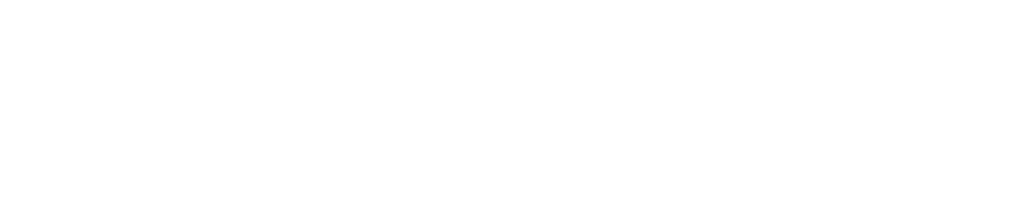
<source format=kicad_pcb>
(kicad_pcb (version 20211014) (generator pcbnew)

  (general
    (thickness 1.6)
  )

  (paper "User" 399.999 299.999)
  (title_block
    (title "A board")
    (date "2023-02-01")
    (rev "v1")
    (company "Winterbloom")
    (comment 1 "Comment 1")
    (comment 3 "Comment 3")
    (comment 5 "Comment 5")
    (comment 7 "Comment 7")
    (comment 9 "Comment 9")
  )

  (layers
    (0 "F.Cu" signal)
    (31 "B.Cu" signal)
    (32 "B.Adhes" user "B.Adhesive")
    (33 "F.Adhes" user "F.Adhesive")
    (34 "B.Paste" user)
    (35 "F.Paste" user)
    (36 "B.SilkS" user "B.Silkscreen")
    (37 "F.SilkS" user "F.Silkscreen")
    (38 "B.Mask" user)
    (39 "F.Mask" user)
    (40 "Dwgs.User" user "User.Drawings")
    (41 "Cmts.User" user "User.Comments")
    (42 "Eco1.User" user "User.Eco1")
    (43 "Eco2.User" user "User.Eco2")
    (44 "Edge.Cuts" user)
    (45 "Margin" user)
    (46 "B.CrtYd" user "B.Courtyard")
    (47 "F.CrtYd" user "F.Courtyard")
    (48 "B.Fab" user)
    (49 "F.Fab" user)
    (50 "User.1" user)
    (51 "User.2" user)
    (52 "User.3" user)
    (53 "User.4" user)
    (54 "User.5" user)
    (55 "User.6" user)
    (56 "User.7" user)
    (57 "User.8" user)
    (58 "User.9" user)
  )

  (setup
    (pad_to_mask_clearance 0)
    (pcbplotparams
      (layerselection 0x00010fc_ffffffff)
      (disableapertmacros false)
      (usegerberextensions false)
      (usegerberattributes true)
      (usegerberadvancedattributes true)
      (creategerberjobfile true)
      (svguseinch false)
      (svgprecision 6)
      (excludeedgelayer true)
      (plotframeref false)
      (viasonmask false)
      (mode 1)
      (useauxorigin false)
      (hpglpennumber 1)
      (hpglpenspeed 20)
      (hpglpendiameter 15.000000)
      (dxfpolygonmode true)
      (dxfimperialunits true)
      (dxfusepcbnewfont true)
      (psnegative false)
      (psa4output false)
      (plotreference true)
      (plotvalue true)
      (plotinvisibletext false)
      (sketchpadsonfab false)
      (subtractmaskfromsilk false)
      (outputformat 1)
      (mirror false)
      (drillshape 1)
      (scaleselection 1)
      (outputdirectory "")
    )
  )

  (net 0 "")

  (gr_arc (start 0 10) (mid 2.928932 2.928932) (end 10 0) (layer "Dwgs.User") (width 0.2) (tstamp 5d3fa7a0-3bd4-4c23-bdd7-5eb5c476edab))
  (gr_rect (start 10 0) (end 20 10) (layer "Dwgs.User") (width 0.3) (fill none) (tstamp 71bcdd3a-38a1-480f-9906-66366617ac49))
  (gr_circle (center 25 5) (end 30 5) (layer "Dwgs.User") (width 0.4) (fill none) (tstamp 7f329a30-f382-4c89-a8fc-c73e0c1accb7))
  (gr_line (start 0 0) (end 0 10) (layer "Dwgs.User") (width 0.1) (tstamp 8f1cb7e1-6114-45e0-b34f-e453ddbfe6d4))
  (gr_poly
    (pts
      (xy 51 10)
      (xy 41 10)
      (xy 46 0)
    ) (layer "Dwgs.User") (width 0.6) (fill none) (tstamp f59bf9bf-2959-4977-bb6a-e21fdddaf6d2))
  (gr_poly
    (pts
      (xy 40 10)
      (xy 30 10)
      (xy 35 0)
    ) (layer "Dwgs.User") (width 0.5) (fill solid) (tstamp fd496e04-6f33-45e1-bfe8-7ea768c63017))

)

</source>
